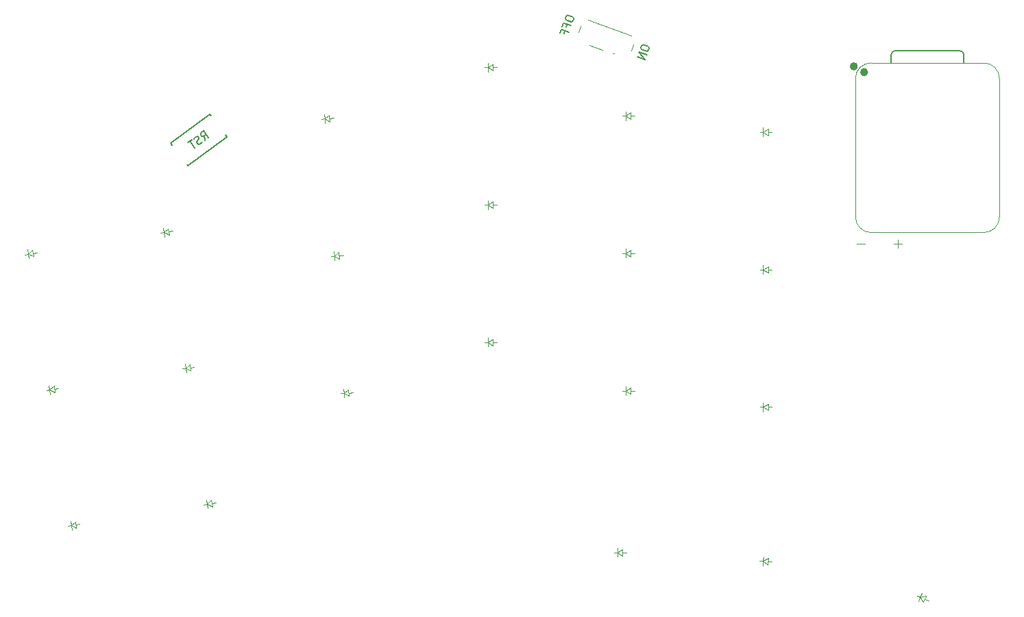
<source format=gbr>
%TF.GenerationSoftware,KiCad,Pcbnew,9.0.3*%
%TF.CreationDate,2025-08-18T11:50:05+02:00*%
%TF.ProjectId,reversible,72657665-7273-4696-926c-652e6b696361,v1.0.0*%
%TF.SameCoordinates,Original*%
%TF.FileFunction,Legend,Bot*%
%TF.FilePolarity,Positive*%
%FSLAX46Y46*%
G04 Gerber Fmt 4.6, Leading zero omitted, Abs format (unit mm)*
G04 Created by KiCad (PCBNEW 9.0.3) date 2025-08-18 11:50:05*
%MOMM*%
%LPD*%
G01*
G04 APERTURE LIST*
%ADD10C,0.150000*%
%ADD11C,0.120000*%
%ADD12C,0.100000*%
%ADD13C,0.127000*%
%ADD14C,0.504001*%
%ADD15C,0.504000*%
G04 APERTURE END LIST*
D10*
X171414472Y-36318382D02*
X171351203Y-36498043D01*
X171351203Y-36498043D02*
X171364484Y-36603691D01*
X171364484Y-36603691D02*
X171422681Y-36725156D01*
X171422681Y-36725156D02*
X171586525Y-36833341D01*
X171586525Y-36833341D02*
X171900932Y-36944061D01*
X171900932Y-36944061D02*
X172096411Y-36962414D01*
X172096411Y-36962414D02*
X172217876Y-36904218D01*
X172217876Y-36904218D02*
X172294426Y-36830204D01*
X172294426Y-36830204D02*
X172357695Y-36650543D01*
X172357695Y-36650543D02*
X172344414Y-36544895D01*
X172344414Y-36544895D02*
X172286217Y-36423430D01*
X172286217Y-36423430D02*
X172122373Y-36315246D01*
X172122373Y-36315246D02*
X171807966Y-36204525D01*
X171807966Y-36204525D02*
X171612487Y-36186172D01*
X171612487Y-36186172D02*
X171491022Y-36244368D01*
X171491022Y-36244368D02*
X171414472Y-36318382D01*
X172072985Y-37459020D02*
X171129762Y-37126858D01*
X171129762Y-37126858D02*
X171883179Y-37998004D01*
X171883179Y-37998004D02*
X170939956Y-37665843D01*
X162092964Y-32682359D02*
X162029695Y-32862020D01*
X162029695Y-32862020D02*
X162042976Y-32967668D01*
X162042976Y-32967668D02*
X162101173Y-33089133D01*
X162101173Y-33089133D02*
X162265017Y-33197317D01*
X162265017Y-33197317D02*
X162579425Y-33308038D01*
X162579425Y-33308038D02*
X162774903Y-33326391D01*
X162774903Y-33326391D02*
X162896368Y-33268195D01*
X162896368Y-33268195D02*
X162972918Y-33194181D01*
X162972918Y-33194181D02*
X163036187Y-33014520D01*
X163036187Y-33014520D02*
X163022906Y-32908872D01*
X163022906Y-32908872D02*
X162964710Y-32787407D01*
X162964710Y-32787407D02*
X162800865Y-32679223D01*
X162800865Y-32679223D02*
X162486458Y-32568502D01*
X162486458Y-32568502D02*
X162290979Y-32550149D01*
X162290979Y-32550149D02*
X162169514Y-32608345D01*
X162169514Y-32608345D02*
X162092964Y-32682359D01*
X162146688Y-33963415D02*
X162257408Y-33649007D01*
X162751477Y-33822996D02*
X161808255Y-33490835D01*
X161808255Y-33490835D02*
X161650083Y-33939989D01*
X161861978Y-34771891D02*
X161972699Y-34457484D01*
X162466768Y-34631473D02*
X161523545Y-34299312D01*
X161523545Y-34299312D02*
X161365373Y-34748466D01*
X117462252Y-48004479D02*
X117441885Y-47423571D01*
X117918615Y-47660584D02*
X117316800Y-46861949D01*
X117316800Y-46861949D02*
X117012558Y-47091212D01*
X117012558Y-47091212D02*
X116965155Y-47186558D01*
X116965155Y-47186558D02*
X116955783Y-47253246D01*
X116955783Y-47253246D02*
X116975068Y-47357964D01*
X116975068Y-47357964D02*
X117061042Y-47472055D01*
X117061042Y-47472055D02*
X117156388Y-47519458D01*
X117156388Y-47519458D02*
X117223076Y-47528830D01*
X117223076Y-47528830D02*
X117327794Y-47509545D01*
X117327794Y-47509545D02*
X117632036Y-47280282D01*
X117129352Y-48195711D02*
X117043919Y-48319715D01*
X117043919Y-48319715D02*
X116853767Y-48463004D01*
X116853767Y-48463004D02*
X116749049Y-48482290D01*
X116749049Y-48482290D02*
X116682361Y-48472917D01*
X116682361Y-48472917D02*
X116587015Y-48425515D01*
X116587015Y-48425515D02*
X116529699Y-48349454D01*
X116529699Y-48349454D02*
X116510414Y-48244736D01*
X116510414Y-48244736D02*
X116519786Y-48178048D01*
X116519786Y-48178048D02*
X116567189Y-48082702D01*
X116567189Y-48082702D02*
X116690652Y-47930040D01*
X116690652Y-47930040D02*
X116738055Y-47834694D01*
X116738055Y-47834694D02*
X116747427Y-47768006D01*
X116747427Y-47768006D02*
X116728142Y-47663288D01*
X116728142Y-47663288D02*
X116670826Y-47587227D01*
X116670826Y-47587227D02*
X116575480Y-47539824D01*
X116575480Y-47539824D02*
X116508792Y-47530452D01*
X116508792Y-47530452D02*
X116404073Y-47549737D01*
X116404073Y-47549737D02*
X116213922Y-47693027D01*
X116213922Y-47693027D02*
X116128489Y-47817031D01*
X115871650Y-47950948D02*
X115415287Y-48294842D01*
X116245283Y-48921530D02*
X115643468Y-48122895D01*
D11*
%TO.C,PWR1*%
X163628280Y-34630312D02*
X163890697Y-33885176D01*
X164792108Y-33131805D02*
X170168471Y-35025123D01*
X165024480Y-36235201D02*
X166627953Y-36799868D01*
X167854147Y-37231679D02*
X168042785Y-37298112D01*
X170398928Y-36177078D02*
X170136517Y-36922228D01*
D12*
%TO.C,D15*%
X169056962Y-44977557D02*
X169456963Y-44977560D01*
X169456963Y-44977560D02*
X169456965Y-44427561D01*
X169456963Y-44977560D02*
X169456966Y-45527563D01*
X169456963Y-44977560D02*
X170056959Y-44577556D01*
X170056955Y-45377565D02*
X169456963Y-44977560D01*
X170056959Y-44577556D02*
X170056955Y-45377565D01*
X170056963Y-44977561D02*
X170556958Y-44977563D01*
%TO.C,D20*%
X186034824Y-99980793D02*
X186433302Y-100015652D01*
X186433302Y-100015652D02*
X186385367Y-100563556D01*
X186433302Y-100015652D02*
X186481241Y-99467750D01*
X186433302Y-100015652D02*
X187065884Y-99669465D01*
X186996159Y-100466429D02*
X186433302Y-100015652D01*
X187031023Y-100067950D02*
X187529118Y-100111523D01*
X187065884Y-99669465D02*
X186996159Y-100466429D01*
%TO.C,D12*%
X152056965Y-38977557D02*
X152456966Y-38977560D01*
X152456966Y-38977560D02*
X152456968Y-38427561D01*
X152456966Y-38977560D02*
X152456969Y-39527563D01*
X152456966Y-38977560D02*
X153056962Y-38577556D01*
X153056958Y-39377565D02*
X152456966Y-38977560D01*
X153056962Y-38577556D02*
X153056958Y-39377565D01*
X153056966Y-38977561D02*
X153556961Y-38977563D01*
%TO.C,D8*%
X133077209Y-62321300D02*
X133476240Y-62293401D01*
X133476240Y-62293401D02*
X133437870Y-61744741D01*
X133476240Y-62293401D02*
X133514606Y-62842064D01*
X133476240Y-62293401D02*
X134046868Y-61852522D01*
X134046868Y-61852522D02*
X134102682Y-62650572D01*
X134074778Y-62251543D02*
X134573565Y-62216670D01*
X134102682Y-62650572D02*
X133476240Y-62293401D01*
D10*
%TO.C,RST1*%
X113302106Y-48378647D02*
X118093917Y-44767749D01*
X113452559Y-48578303D02*
X113302106Y-48378647D01*
X115408457Y-51173871D02*
X115258005Y-50974212D01*
X118093917Y-44767749D02*
X118244369Y-44967408D01*
X120049815Y-47363317D02*
X120200268Y-47562973D01*
X120200268Y-47562973D02*
X115408457Y-51173871D01*
D12*
%TO.C,D2*%
X97907487Y-78899389D02*
X98302564Y-78836821D01*
X98302564Y-78836821D02*
X98216515Y-78293594D01*
X98302564Y-78836821D02*
X98388601Y-79380048D01*
X98302564Y-78836821D02*
X98832602Y-78347880D01*
X98832602Y-78347880D02*
X98957747Y-79138037D01*
X98895170Y-78742956D02*
X99389017Y-78664747D01*
X98957747Y-79138037D02*
X98302564Y-78836821D01*
%TO.C,D11*%
X152056964Y-55977556D02*
X152456965Y-55977559D01*
X152456965Y-55977559D02*
X152456967Y-55427560D01*
X152456965Y-55977559D02*
X152456968Y-56527562D01*
X152456965Y-55977559D02*
X153056961Y-55577555D01*
X153056957Y-56377564D02*
X152456965Y-55977559D01*
X153056961Y-55577555D02*
X153056957Y-56377564D01*
X153056965Y-55977560D02*
X153556960Y-55977562D01*
%TO.C,D13*%
X169056967Y-78977554D02*
X169456968Y-78977557D01*
X169456968Y-78977557D02*
X169456970Y-78427558D01*
X169456968Y-78977557D02*
X169456971Y-79527560D01*
X169456968Y-78977557D02*
X170056964Y-78577553D01*
X170056960Y-79377562D02*
X169456968Y-78977557D01*
X170056964Y-78577553D02*
X170056960Y-79377562D01*
X170056968Y-78977558D02*
X170556963Y-78977560D01*
%TO.C,D10*%
X152056961Y-72977557D02*
X152456962Y-72977560D01*
X152456962Y-72977560D02*
X152456964Y-72427561D01*
X152456962Y-72977560D02*
X152456965Y-73527563D01*
X152456962Y-72977560D02*
X153056958Y-72577556D01*
X153056954Y-73377565D02*
X152456962Y-72977560D01*
X153056958Y-72577556D02*
X153056954Y-73377565D01*
X153056962Y-72977561D02*
X153556957Y-72977563D01*
%TO.C,D6*%
X112038803Y-59449299D02*
X112433880Y-59386731D01*
X112433880Y-59386731D02*
X112347831Y-58843504D01*
X112433880Y-59386731D02*
X112519917Y-59929958D01*
X112433880Y-59386731D02*
X112963918Y-58897790D01*
X112963918Y-58897790D02*
X113089063Y-59687947D01*
X113026486Y-59292866D02*
X113520333Y-59214657D01*
X113089063Y-59687947D02*
X112433880Y-59386731D01*
%TO.C,D21*%
X205457652Y-104353574D02*
X205833540Y-104490384D01*
X205833540Y-104490384D02*
X205645418Y-105007219D01*
X205833540Y-104490384D02*
X206021644Y-103973551D01*
X205833540Y-104490384D02*
X206534156Y-104319719D01*
X206260539Y-105071469D02*
X205833540Y-104490384D01*
X206397347Y-104695595D02*
X206867196Y-104866606D01*
X206534156Y-104319719D02*
X206260539Y-105071469D01*
%TO.C,D19*%
X168056963Y-98977552D02*
X168456964Y-98977555D01*
X168456964Y-98977555D02*
X168456966Y-98427556D01*
X168456964Y-98977555D02*
X168456967Y-99527558D01*
X168456964Y-98977555D02*
X169056960Y-98577551D01*
X169056956Y-99377560D02*
X168456964Y-98977555D01*
X169056960Y-98577551D02*
X169056956Y-99377560D01*
X169056964Y-98977556D02*
X169556959Y-98977558D01*
%TO.C,D5*%
X114698189Y-76240005D02*
X115093266Y-76177437D01*
X115093266Y-76177437D02*
X115007217Y-75634210D01*
X115093266Y-76177437D02*
X115179303Y-76720664D01*
X115093266Y-76177437D02*
X115623304Y-75688496D01*
X115623304Y-75688496D02*
X115748449Y-76478653D01*
X115685872Y-76083572D02*
X116179719Y-76005363D01*
X115748449Y-76478653D02*
X115093266Y-76177437D01*
%TO.C,D17*%
X186056960Y-63977553D02*
X186456961Y-63977556D01*
X186456961Y-63977556D02*
X186456963Y-63427557D01*
X186456961Y-63977556D02*
X186456964Y-64527559D01*
X186456961Y-63977556D02*
X187056957Y-63577552D01*
X187056953Y-64377561D02*
X186456961Y-63977556D01*
X187056957Y-63577552D02*
X187056953Y-64377561D01*
X187056961Y-63977557D02*
X187556956Y-63977559D01*
%TO.C,D7*%
X134263067Y-79279884D02*
X134662098Y-79251985D01*
X134662098Y-79251985D02*
X134623728Y-78703325D01*
X134662098Y-79251985D02*
X134700464Y-79800648D01*
X134662098Y-79251985D02*
X135232726Y-78811106D01*
X135232726Y-78811106D02*
X135288540Y-79609156D01*
X135260636Y-79210127D02*
X135759423Y-79175254D01*
X135288540Y-79609156D02*
X134662098Y-79251985D01*
%TO.C,D3*%
X95248098Y-62108684D02*
X95643175Y-62046116D01*
X95643175Y-62046116D02*
X95557126Y-61502889D01*
X95643175Y-62046116D02*
X95729212Y-62589343D01*
X95643175Y-62046116D02*
X96173213Y-61557175D01*
X96173213Y-61557175D02*
X96298358Y-62347332D01*
X96235781Y-61952251D02*
X96729628Y-61874042D01*
X96298358Y-62347332D02*
X95643175Y-62046116D01*
%TO.C,D4*%
X117357575Y-93030706D02*
X117752652Y-92968138D01*
X117752652Y-92968138D02*
X117666603Y-92424911D01*
X117752652Y-92968138D02*
X117838689Y-93511365D01*
X117752652Y-92968138D02*
X118282690Y-92479197D01*
X118282690Y-92479197D02*
X118407835Y-93269354D01*
X118345258Y-92874273D02*
X118839105Y-92796064D01*
X118407835Y-93269354D02*
X117752652Y-92968138D01*
%TO.C,D16*%
X186056964Y-80977550D02*
X186456965Y-80977553D01*
X186456965Y-80977553D02*
X186456967Y-80427554D01*
X186456965Y-80977553D02*
X186456968Y-81527556D01*
X186456965Y-80977553D02*
X187056961Y-80577549D01*
X187056957Y-81377558D02*
X186456965Y-80977553D01*
X187056961Y-80577549D02*
X187056957Y-81377558D01*
X187056965Y-80977554D02*
X187556960Y-80977556D01*
%TO.C,D14*%
X169056965Y-61977551D02*
X169456966Y-61977554D01*
X169456966Y-61977554D02*
X169456968Y-61427555D01*
X169456966Y-61977554D02*
X169456969Y-62527557D01*
X169456966Y-61977554D02*
X170056962Y-61577550D01*
X170056958Y-62377559D02*
X169456966Y-61977554D01*
X170056962Y-61577550D02*
X170056958Y-62377559D01*
X170056966Y-61977555D02*
X170556961Y-61977557D01*
%TO.C,D1*%
X100566872Y-95690092D02*
X100961949Y-95627524D01*
X100961949Y-95627524D02*
X100875900Y-95084297D01*
X100961949Y-95627524D02*
X101047986Y-96170751D01*
X100961949Y-95627524D02*
X101491987Y-95138583D01*
X101491987Y-95138583D02*
X101617132Y-95928740D01*
X101554555Y-95533659D02*
X102048402Y-95455450D01*
X101617132Y-95928740D02*
X100961949Y-95627524D01*
%TO.C,D18*%
X186056964Y-46977555D02*
X186456965Y-46977558D01*
X186456965Y-46977558D02*
X186456967Y-46427559D01*
X186456965Y-46977558D02*
X186456968Y-47527561D01*
X186456965Y-46977558D02*
X187056961Y-46577554D01*
X187056957Y-47377563D02*
X186456965Y-46977558D01*
X187056961Y-46577554D02*
X187056957Y-47377563D01*
X187056965Y-46977559D02*
X187556960Y-46977561D01*
%TO.C,D9*%
X131891355Y-45362708D02*
X132290386Y-45334809D01*
X132290386Y-45334809D02*
X132252016Y-44786149D01*
X132290386Y-45334809D02*
X132328752Y-45883472D01*
X132290386Y-45334809D02*
X132861014Y-44893930D01*
X132861014Y-44893930D02*
X132916828Y-45691980D01*
X132888924Y-45292951D02*
X133387711Y-45258078D01*
X132916828Y-45691980D02*
X132290386Y-45334809D01*
%TO.C,JST1*%
X198029994Y-60770001D02*
X199029999Y-60770000D01*
X203129997Y-60269997D02*
X203129996Y-61269996D01*
X203629996Y-60770003D02*
X202630001Y-60770000D01*
%TO.C,XIAOBLE*%
X197861961Y-57490559D02*
X197861961Y-40345559D01*
X199766961Y-59395560D02*
X213736961Y-59395559D01*
D13*
X202256961Y-38440559D02*
X202260689Y-37430287D01*
X202760689Y-36930559D02*
X210755961Y-36930559D01*
X211255961Y-37430559D02*
X211255961Y-38440559D01*
D12*
X213736961Y-38440559D02*
X199766961Y-38440559D01*
X215641961Y-57490559D02*
X215641961Y-40345559D01*
X197861961Y-40341559D02*
G75*
G02*
X199766961Y-38436559I1905003J-3D01*
G01*
X199766961Y-59395560D02*
G75*
G02*
X197861961Y-57490559I3J1905003D01*
G01*
D13*
X202260689Y-37430287D02*
G75*
G02*
X202760689Y-36930560I500018J-291D01*
G01*
X210755961Y-36930559D02*
G75*
G02*
X211255961Y-37430559I-100J-500100D01*
G01*
D12*
X213736961Y-38440559D02*
G75*
G02*
X215641961Y-40345559I-50J-1905050D01*
G01*
X215641961Y-57490559D02*
G75*
G02*
X213736961Y-59395559I-1905000J0D01*
G01*
D14*
X197903961Y-38856559D02*
G75*
G02*
X197399961Y-38856559I-252000J0D01*
G01*
X197399961Y-38856559D02*
G75*
G02*
X197903961Y-38856559I252000J0D01*
G01*
D15*
X199177961Y-39573559D02*
G75*
G02*
X198673961Y-39573559I-252000J0D01*
G01*
X198673961Y-39573559D02*
G75*
G02*
X199177961Y-39573559I252000J0D01*
G01*
%TD*%
M02*

</source>
